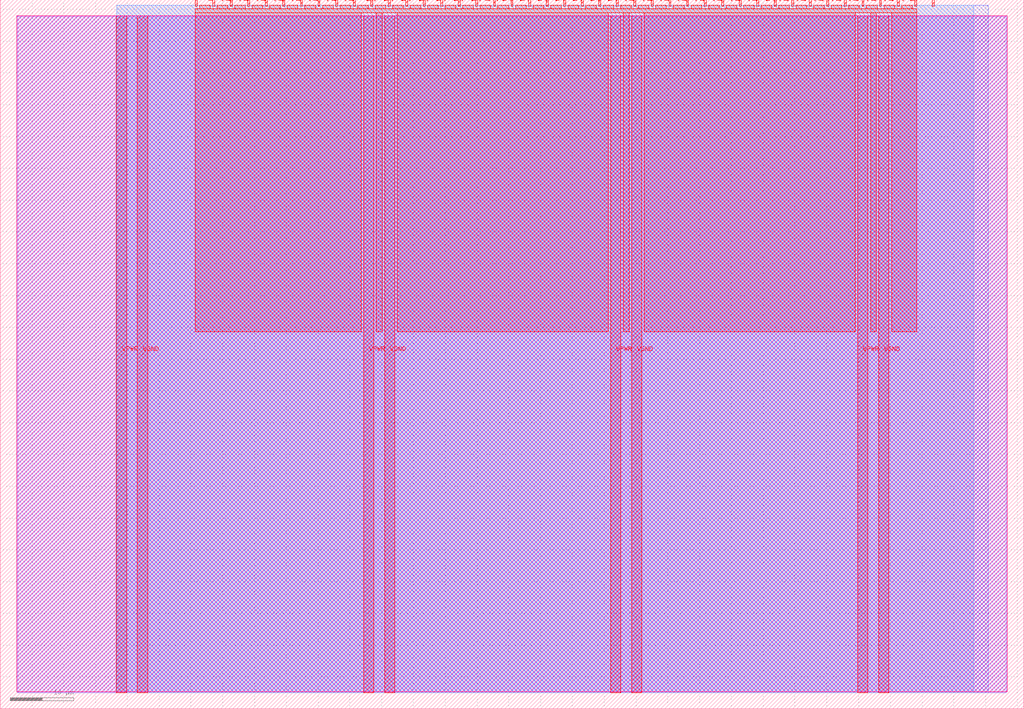
<source format=lef>
VERSION 5.7 ;
  NOWIREEXTENSIONATPIN ON ;
  DIVIDERCHAR "/" ;
  BUSBITCHARS "[]" ;
MACRO tt_um_customalu
  CLASS BLOCK ;
  FOREIGN tt_um_customalu ;
  ORIGIN 0.000 0.000 ;
  SIZE 161.000 BY 111.520 ;
  PIN VGND
    DIRECTION INOUT ;
    USE GROUND ;
    PORT
      LAYER met4 ;
        RECT 21.580 2.480 23.180 109.040 ;
    END
    PORT
      LAYER met4 ;
        RECT 60.450 2.480 62.050 109.040 ;
    END
    PORT
      LAYER met4 ;
        RECT 99.320 2.480 100.920 109.040 ;
    END
    PORT
      LAYER met4 ;
        RECT 138.190 2.480 139.790 109.040 ;
    END
  END VGND
  PIN VPWR
    DIRECTION INOUT ;
    USE POWER ;
    PORT
      LAYER met4 ;
        RECT 18.280 2.480 19.880 109.040 ;
    END
    PORT
      LAYER met4 ;
        RECT 57.150 2.480 58.750 109.040 ;
    END
    PORT
      LAYER met4 ;
        RECT 96.020 2.480 97.620 109.040 ;
    END
    PORT
      LAYER met4 ;
        RECT 134.890 2.480 136.490 109.040 ;
    END
  END VPWR
  PIN clk
    DIRECTION INPUT ;
    USE SIGNAL ;
    ANTENNAGATEAREA 0.852000 ;
    PORT
      LAYER met4 ;
        RECT 143.830 110.520 144.130 111.520 ;
    END
  END clk
  PIN ena
    DIRECTION INPUT ;
    USE SIGNAL ;
    PORT
      LAYER met4 ;
        RECT 146.590 110.520 146.890 111.520 ;
    END
  END ena
  PIN rst_n
    DIRECTION INPUT ;
    USE SIGNAL ;
    ANTENNAGATEAREA 0.196500 ;
    PORT
      LAYER met4 ;
        RECT 141.070 110.520 141.370 111.520 ;
    END
  END rst_n
  PIN ui_in[0]
    DIRECTION INPUT ;
    USE SIGNAL ;
    ANTENNAGATEAREA 0.196500 ;
    PORT
      LAYER met4 ;
        RECT 138.310 110.520 138.610 111.520 ;
    END
  END ui_in[0]
  PIN ui_in[1]
    DIRECTION INPUT ;
    USE SIGNAL ;
    ANTENNAGATEAREA 0.196500 ;
    PORT
      LAYER met4 ;
        RECT 135.550 110.520 135.850 111.520 ;
    END
  END ui_in[1]
  PIN ui_in[2]
    DIRECTION INPUT ;
    USE SIGNAL ;
    ANTENNAGATEAREA 0.196500 ;
    PORT
      LAYER met4 ;
        RECT 132.790 110.520 133.090 111.520 ;
    END
  END ui_in[2]
  PIN ui_in[3]
    DIRECTION INPUT ;
    USE SIGNAL ;
    ANTENNAGATEAREA 0.196500 ;
    PORT
      LAYER met4 ;
        RECT 130.030 110.520 130.330 111.520 ;
    END
  END ui_in[3]
  PIN ui_in[4]
    DIRECTION INPUT ;
    USE SIGNAL ;
    ANTENNAGATEAREA 0.196500 ;
    PORT
      LAYER met4 ;
        RECT 127.270 110.520 127.570 111.520 ;
    END
  END ui_in[4]
  PIN ui_in[5]
    DIRECTION INPUT ;
    USE SIGNAL ;
    ANTENNAGATEAREA 0.196500 ;
    PORT
      LAYER met4 ;
        RECT 124.510 110.520 124.810 111.520 ;
    END
  END ui_in[5]
  PIN ui_in[6]
    DIRECTION INPUT ;
    USE SIGNAL ;
    ANTENNAGATEAREA 0.196500 ;
    PORT
      LAYER met4 ;
        RECT 121.750 110.520 122.050 111.520 ;
    END
  END ui_in[6]
  PIN ui_in[7]
    DIRECTION INPUT ;
    USE SIGNAL ;
    ANTENNAGATEAREA 0.196500 ;
    PORT
      LAYER met4 ;
        RECT 118.990 110.520 119.290 111.520 ;
    END
  END ui_in[7]
  PIN uio_in[0]
    DIRECTION INPUT ;
    USE SIGNAL ;
    ANTENNAGATEAREA 0.196500 ;
    PORT
      LAYER met4 ;
        RECT 116.230 110.520 116.530 111.520 ;
    END
  END uio_in[0]
  PIN uio_in[1]
    DIRECTION INPUT ;
    USE SIGNAL ;
    ANTENNAGATEAREA 0.196500 ;
    PORT
      LAYER met4 ;
        RECT 113.470 110.520 113.770 111.520 ;
    END
  END uio_in[1]
  PIN uio_in[2]
    DIRECTION INPUT ;
    USE SIGNAL ;
    ANTENNAGATEAREA 0.196500 ;
    PORT
      LAYER met4 ;
        RECT 110.710 110.520 111.010 111.520 ;
    END
  END uio_in[2]
  PIN uio_in[3]
    DIRECTION INPUT ;
    USE SIGNAL ;
    ANTENNAGATEAREA 0.196500 ;
    PORT
      LAYER met4 ;
        RECT 107.950 110.520 108.250 111.520 ;
    END
  END uio_in[3]
  PIN uio_in[4]
    DIRECTION INPUT ;
    USE SIGNAL ;
    ANTENNAGATEAREA 0.196500 ;
    PORT
      LAYER met4 ;
        RECT 105.190 110.520 105.490 111.520 ;
    END
  END uio_in[4]
  PIN uio_in[5]
    DIRECTION INPUT ;
    USE SIGNAL ;
    PORT
      LAYER met4 ;
        RECT 102.430 110.520 102.730 111.520 ;
    END
  END uio_in[5]
  PIN uio_in[6]
    DIRECTION INPUT ;
    USE SIGNAL ;
    PORT
      LAYER met4 ;
        RECT 99.670 110.520 99.970 111.520 ;
    END
  END uio_in[6]
  PIN uio_in[7]
    DIRECTION INPUT ;
    USE SIGNAL ;
    PORT
      LAYER met4 ;
        RECT 96.910 110.520 97.210 111.520 ;
    END
  END uio_in[7]
  PIN uio_oe[0]
    DIRECTION OUTPUT ;
    USE SIGNAL ;
    PORT
      LAYER met4 ;
        RECT 49.990 110.520 50.290 111.520 ;
    END
  END uio_oe[0]
  PIN uio_oe[1]
    DIRECTION OUTPUT ;
    USE SIGNAL ;
    PORT
      LAYER met4 ;
        RECT 47.230 110.520 47.530 111.520 ;
    END
  END uio_oe[1]
  PIN uio_oe[2]
    DIRECTION OUTPUT ;
    USE SIGNAL ;
    PORT
      LAYER met4 ;
        RECT 44.470 110.520 44.770 111.520 ;
    END
  END uio_oe[2]
  PIN uio_oe[3]
    DIRECTION OUTPUT ;
    USE SIGNAL ;
    PORT
      LAYER met4 ;
        RECT 41.710 110.520 42.010 111.520 ;
    END
  END uio_oe[3]
  PIN uio_oe[4]
    DIRECTION OUTPUT ;
    USE SIGNAL ;
    PORT
      LAYER met4 ;
        RECT 38.950 110.520 39.250 111.520 ;
    END
  END uio_oe[4]
  PIN uio_oe[5]
    DIRECTION OUTPUT ;
    USE SIGNAL ;
    PORT
      LAYER met4 ;
        RECT 36.190 110.520 36.490 111.520 ;
    END
  END uio_oe[5]
  PIN uio_oe[6]
    DIRECTION OUTPUT ;
    USE SIGNAL ;
    PORT
      LAYER met4 ;
        RECT 33.430 110.520 33.730 111.520 ;
    END
  END uio_oe[6]
  PIN uio_oe[7]
    DIRECTION OUTPUT ;
    USE SIGNAL ;
    PORT
      LAYER met4 ;
        RECT 30.670 110.520 30.970 111.520 ;
    END
  END uio_oe[7]
  PIN uio_out[0]
    DIRECTION OUTPUT ;
    USE SIGNAL ;
    PORT
      LAYER met4 ;
        RECT 72.070 110.520 72.370 111.520 ;
    END
  END uio_out[0]
  PIN uio_out[1]
    DIRECTION OUTPUT ;
    USE SIGNAL ;
    PORT
      LAYER met4 ;
        RECT 69.310 110.520 69.610 111.520 ;
    END
  END uio_out[1]
  PIN uio_out[2]
    DIRECTION OUTPUT ;
    USE SIGNAL ;
    PORT
      LAYER met4 ;
        RECT 66.550 110.520 66.850 111.520 ;
    END
  END uio_out[2]
  PIN uio_out[3]
    DIRECTION OUTPUT ;
    USE SIGNAL ;
    PORT
      LAYER met4 ;
        RECT 63.790 110.520 64.090 111.520 ;
    END
  END uio_out[3]
  PIN uio_out[4]
    DIRECTION OUTPUT ;
    USE SIGNAL ;
    PORT
      LAYER met4 ;
        RECT 61.030 110.520 61.330 111.520 ;
    END
  END uio_out[4]
  PIN uio_out[5]
    DIRECTION OUTPUT ;
    USE SIGNAL ;
    PORT
      LAYER met4 ;
        RECT 58.270 110.520 58.570 111.520 ;
    END
  END uio_out[5]
  PIN uio_out[6]
    DIRECTION OUTPUT ;
    USE SIGNAL ;
    PORT
      LAYER met4 ;
        RECT 55.510 110.520 55.810 111.520 ;
    END
  END uio_out[6]
  PIN uio_out[7]
    DIRECTION OUTPUT ;
    USE SIGNAL ;
    PORT
      LAYER met4 ;
        RECT 52.750 110.520 53.050 111.520 ;
    END
  END uio_out[7]
  PIN uo_out[0]
    DIRECTION OUTPUT ;
    USE SIGNAL ;
    ANTENNADIFFAREA 0.891000 ;
    PORT
      LAYER met4 ;
        RECT 94.150 110.520 94.450 111.520 ;
    END
  END uo_out[0]
  PIN uo_out[1]
    DIRECTION OUTPUT ;
    USE SIGNAL ;
    ANTENNADIFFAREA 0.891000 ;
    PORT
      LAYER met4 ;
        RECT 91.390 110.520 91.690 111.520 ;
    END
  END uo_out[1]
  PIN uo_out[2]
    DIRECTION OUTPUT ;
    USE SIGNAL ;
    ANTENNADIFFAREA 0.891000 ;
    PORT
      LAYER met4 ;
        RECT 88.630 110.520 88.930 111.520 ;
    END
  END uo_out[2]
  PIN uo_out[3]
    DIRECTION OUTPUT ;
    USE SIGNAL ;
    ANTENNADIFFAREA 0.891000 ;
    PORT
      LAYER met4 ;
        RECT 85.870 110.520 86.170 111.520 ;
    END
  END uo_out[3]
  PIN uo_out[4]
    DIRECTION OUTPUT ;
    USE SIGNAL ;
    ANTENNADIFFAREA 0.445500 ;
    PORT
      LAYER met4 ;
        RECT 83.110 110.520 83.410 111.520 ;
    END
  END uo_out[4]
  PIN uo_out[5]
    DIRECTION OUTPUT ;
    USE SIGNAL ;
    ANTENNADIFFAREA 0.445500 ;
    PORT
      LAYER met4 ;
        RECT 80.350 110.520 80.650 111.520 ;
    END
  END uo_out[5]
  PIN uo_out[6]
    DIRECTION OUTPUT ;
    USE SIGNAL ;
    ANTENNADIFFAREA 0.445500 ;
    PORT
      LAYER met4 ;
        RECT 77.590 110.520 77.890 111.520 ;
    END
  END uo_out[6]
  PIN uo_out[7]
    DIRECTION OUTPUT ;
    USE SIGNAL ;
    ANTENNADIFFAREA 0.445500 ;
    PORT
      LAYER met4 ;
        RECT 74.830 110.520 75.130 111.520 ;
    END
  END uo_out[7]
  OBS
      LAYER nwell ;
        RECT 2.570 2.635 158.430 108.990 ;
      LAYER li1 ;
        RECT 2.760 2.635 158.240 108.885 ;
      LAYER met1 ;
        RECT 2.760 2.480 158.240 109.040 ;
      LAYER met2 ;
        RECT 18.310 2.535 155.380 110.685 ;
      LAYER met3 ;
        RECT 18.290 2.555 153.115 110.665 ;
      LAYER met4 ;
        RECT 31.370 110.120 33.030 110.665 ;
        RECT 34.130 110.120 35.790 110.665 ;
        RECT 36.890 110.120 38.550 110.665 ;
        RECT 39.650 110.120 41.310 110.665 ;
        RECT 42.410 110.120 44.070 110.665 ;
        RECT 45.170 110.120 46.830 110.665 ;
        RECT 47.930 110.120 49.590 110.665 ;
        RECT 50.690 110.120 52.350 110.665 ;
        RECT 53.450 110.120 55.110 110.665 ;
        RECT 56.210 110.120 57.870 110.665 ;
        RECT 58.970 110.120 60.630 110.665 ;
        RECT 61.730 110.120 63.390 110.665 ;
        RECT 64.490 110.120 66.150 110.665 ;
        RECT 67.250 110.120 68.910 110.665 ;
        RECT 70.010 110.120 71.670 110.665 ;
        RECT 72.770 110.120 74.430 110.665 ;
        RECT 75.530 110.120 77.190 110.665 ;
        RECT 78.290 110.120 79.950 110.665 ;
        RECT 81.050 110.120 82.710 110.665 ;
        RECT 83.810 110.120 85.470 110.665 ;
        RECT 86.570 110.120 88.230 110.665 ;
        RECT 89.330 110.120 90.990 110.665 ;
        RECT 92.090 110.120 93.750 110.665 ;
        RECT 94.850 110.120 96.510 110.665 ;
        RECT 97.610 110.120 99.270 110.665 ;
        RECT 100.370 110.120 102.030 110.665 ;
        RECT 103.130 110.120 104.790 110.665 ;
        RECT 105.890 110.120 107.550 110.665 ;
        RECT 108.650 110.120 110.310 110.665 ;
        RECT 111.410 110.120 113.070 110.665 ;
        RECT 114.170 110.120 115.830 110.665 ;
        RECT 116.930 110.120 118.590 110.665 ;
        RECT 119.690 110.120 121.350 110.665 ;
        RECT 122.450 110.120 124.110 110.665 ;
        RECT 125.210 110.120 126.870 110.665 ;
        RECT 127.970 110.120 129.630 110.665 ;
        RECT 130.730 110.120 132.390 110.665 ;
        RECT 133.490 110.120 135.150 110.665 ;
        RECT 136.250 110.120 137.910 110.665 ;
        RECT 139.010 110.120 140.670 110.665 ;
        RECT 141.770 110.120 143.430 110.665 ;
        RECT 30.655 109.440 144.145 110.120 ;
        RECT 30.655 59.335 56.750 109.440 ;
        RECT 59.150 59.335 60.050 109.440 ;
        RECT 62.450 59.335 95.620 109.440 ;
        RECT 98.020 59.335 98.920 109.440 ;
        RECT 101.320 59.335 134.490 109.440 ;
        RECT 136.890 59.335 137.790 109.440 ;
        RECT 140.190 59.335 144.145 109.440 ;
  END
END tt_um_customalu
END LIBRARY


</source>
